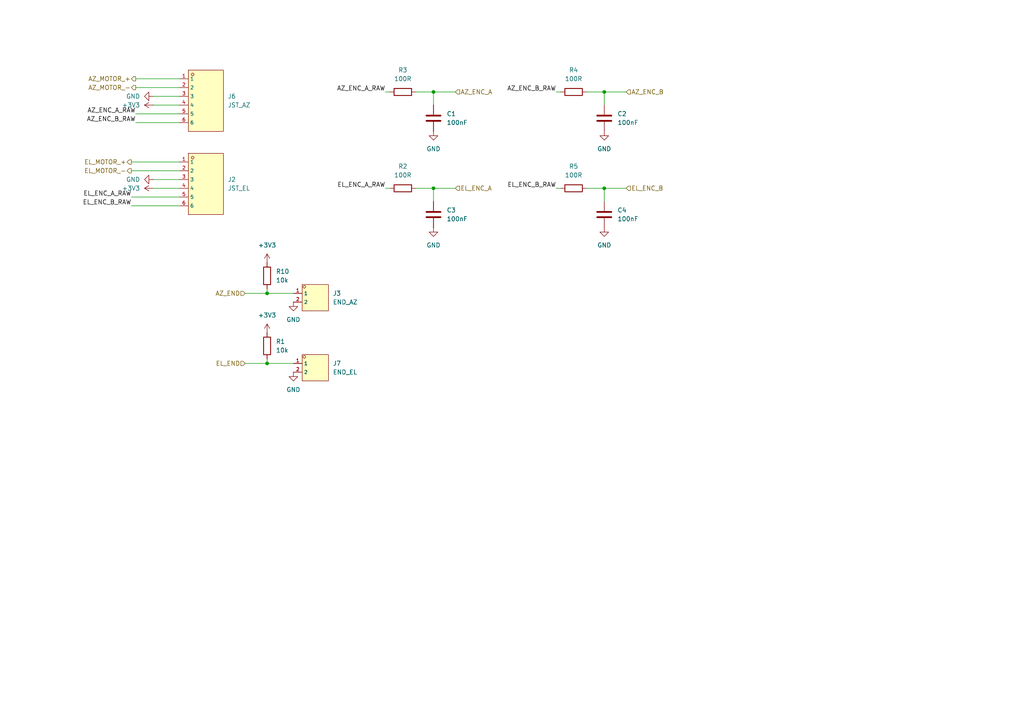
<source format=kicad_sch>
(kicad_sch (version 20250114) (generator "eeschema") (generator_version "9.0")
  (paper "A4")
  (lib_symbols
    (symbol "Device:C" (pin_numbers (hide yes)) (pin_names (offset 0.254))
      (property "Reference" "C" (at 0.635 2.54 0))
      (property "Value" "C" (at 0.635 -2.54 0))
      (symbol "C_0_1"
        (polyline (pts (xy -2.032 0.762) (xy 2.032 0.762)) (stroke (width 0.508)))
        (polyline (pts (xy -2.032 -0.762) (xy 2.032 -0.762)) (stroke (width 0.508)))
      )
      (symbol "C_1_1"
        (pin passive line (at 0 3.81 270) (length 2.794) (name "~") (number "1"))
        (pin passive line (at 0 -3.81 90) (length 2.794) (name "~") (number "2"))
      )
    )
    (symbol "Device:R" (pin_numbers (hide yes)) (pin_names (offset 0))
      (property "Reference" "R" (at 2.032 0 90))
      (property "Value" "R" (at 0 0 90))
      (symbol "R_0_1"
        (rectangle (start -1.016 -2.54) (end 1.016 2.54) (stroke (width 0.254)))
      )
      (symbol "R_1_1"
        (pin passive line (at 0 3.81 270) (length 1.27) (name "~") (number "1"))
        (pin passive line (at 0 -3.81 90) (length 1.27) (name "~") (number "2"))
      )
    )
    (symbol "components:S2B-XH-A-(LF)(SN)"
      (property "Reference" "U" (at 0 1.27 0))
      (property "Value" "S2B-XH-A-(LF)(SN)" (at 0 -2.54 0))
      (symbol "S2B-XH-A-(LF)(SN)_0_1"
        (rectangle (start -2.54 3.81) (end 5.08 -3.81) (fill (type background)))
        (circle (center -1.905 3.175) (radius 0.381) (fill (type background)))
        (pin unspecified line (at -5.08 1.27 0) (length 2.54) (name "1") (number "1"))
        (pin unspecified line (at -5.08 -1.27 0) (length 2.54) (name "2") (number "2"))
      )
    )
    (symbol "components:S6B-XH-A_(LF)(SN)"
      (property "Reference" "J" (at 0 1.27 0))
      (property "Value" "S6B-XH-A_(LF)(SN)" (at 0 -2.54 0))
      (symbol "S6B-XH-A_(LF)(SN)_0_1"
        (rectangle (start -3.81 8.89) (end 6.35 -8.89) (fill (type background)))
        (circle (center -2.54 7.62) (radius 0.381) (fill (type background)))
        (pin unspecified line (at -6.35 6.35 0) (length 2.54) (name "1") (number "1"))
        (pin unspecified line (at -6.35 3.81 0) (length 2.54) (name "2") (number "2"))
        (pin unspecified line (at -6.35 1.27 0) (length 2.54) (name "3") (number "3"))
        (pin unspecified line (at -6.35 -1.27 0) (length 2.54) (name "4") (number "4"))
        (pin unspecified line (at -6.35 -3.81 0) (length 2.54) (name "5") (number "5"))
        (pin unspecified line (at -6.35 -6.35 0) (length 2.54) (name "6") (number "6"))
      )
    )
    (symbol "power:+3V3" (power) (pin_numbers (hide yes)) (pin_names (offset 0) (hide yes))
      (property "Value" "+3V3" (at 0 3.556 0))
      (symbol "+3V3_0_1"
        (polyline (pts (xy -0.762 1.27) (xy 0 2.54)))
        (polyline (pts (xy 0 2.54) (xy 0.762 1.27)))
        (polyline (pts (xy 0 0) (xy 0 2.54)))
      )
      (symbol "+3V3_1_1"
        (pin power_in line (at 0 0 90) (length 0) (name "~") (number "1"))
      )
    )
    (symbol "power:GND" (power) (pin_numbers (hide yes)) (pin_names (offset 0) (hide yes))
      (property "Value" "GND" (at 0 -3.81 0))
      (symbol "GND_0_1"
        (polyline (pts (xy 0 0) (xy 0 -1.27) (xy 1.27 -1.27) (xy 0 -2.54) (xy -1.27 -1.27) (xy 0 -1.27)))
      )
      (symbol "GND_1_1"
        (pin power_in line (at 0 0 270) (length 0) (name "~") (number "1"))
      )
    )
  )
  (junction (at 175.26 26.67))
  (junction (at 125.73 26.67))
  (junction (at 77.47 105.41))
  (junction (at 77.47 85.09))
  (junction (at 175.26 54.61))
  (junction (at 125.73 54.61))
  (wire (pts (xy 175.26 30.48) (xy 175.26 26.67)))
  (wire (pts (xy 161.29 26.67) (xy 162.56 26.67)))
  (wire (pts (xy 38.1 57.15) (xy 52.07 57.15)))
  (wire (pts (xy 39.37 35.56) (xy 52.07 35.56)))
  (wire (pts (xy 38.1 59.69) (xy 52.07 59.69)))
  (wire (pts (xy 125.73 54.61) (xy 132.08 54.61)))
  (wire (pts (xy 44.45 52.07) (xy 52.07 52.07)))
  (wire (pts (xy 175.26 58.42) (xy 175.26 54.61)))
  (wire (pts (xy 39.37 33.02) (xy 52.07 33.02)))
  (wire (pts (xy 39.37 25.4) (xy 52.07 25.4)))
  (wire (pts (xy 175.26 26.67) (xy 181.61 26.67)))
  (wire (pts (xy 77.47 85.09) (xy 77.47 83.82)))
  (wire (pts (xy 44.45 27.94) (xy 52.07 27.94)))
  (wire (pts (xy 44.45 54.61) (xy 52.07 54.61)))
  (wire (pts (xy 170.18 26.67) (xy 175.26 26.67)))
  (wire (pts (xy 175.26 54.61) (xy 181.61 54.61)))
  (wire (pts (xy 125.73 30.48) (xy 125.73 26.67)))
  (wire (pts (xy 85.09 105.41) (xy 77.47 105.41)))
  (wire (pts (xy 85.09 85.09) (xy 77.47 85.09)))
  (wire (pts (xy 125.73 58.42) (xy 125.73 54.61)))
  (wire (pts (xy 125.73 26.67) (xy 132.08 26.67)))
  (wire (pts (xy 38.1 46.99) (xy 52.07 46.99)))
  (wire (pts (xy 44.45 30.48) (xy 52.07 30.48)))
  (wire (pts (xy 39.37 22.86) (xy 52.07 22.86)))
  (wire (pts (xy 170.18 54.61) (xy 175.26 54.61)))
  (wire (pts (xy 161.29 54.61) (xy 162.56 54.61)))
  (wire (pts (xy 38.1 49.53) (xy 52.07 49.53)))
  (wire (pts (xy 77.47 105.41) (xy 77.47 104.14)))
  (wire (pts (xy 71.12 105.41) (xy 77.47 105.41)))
  (wire (pts (xy 71.12 85.09) (xy 77.47 85.09)))
  (wire (pts (xy 111.76 26.67) (xy 113.03 26.67)))
  (wire (pts (xy 120.65 26.67) (xy 125.73 26.67)))
  (wire (pts (xy 120.65 54.61) (xy 125.73 54.61)))
  (wire (pts (xy 111.76 54.61) (xy 113.03 54.61)))
  (label "AZ_ENC_B_RAW" (at 39.37 35.56 180))
  (label "AZ_ENC_A_RAW" (at 111.76 26.67 180))
  (label "EL_ENC_A_RAW" (at 38.1 57.15 180))
  (label "EL_ENC_B_RAW" (at 161.29 54.61 180))
  (label "AZ_ENC_B_RAW" (at 161.29 26.67 180))
  (label "AZ_ENC_A_RAW" (at 39.37 33.02 180))
  (label "EL_ENC_A_RAW" (at 111.76 54.61 180))
  (label "EL_ENC_B_RAW" (at 38.1 59.69 180))
  (hierarchical_label "AZ_ENC_B" (shape input) (at 181.61 26.67 0))
  (hierarchical_label "AZ_ENC_A" (shape input) (at 132.08 26.67 0))
  (hierarchical_label "EL_END" (shape input) (at 71.12 105.41 180))
  (hierarchical_label "AZ_MOTOR_+" (shape output) (at 39.37 22.86 180))
  (hierarchical_label "EL_MOTOR_+" (shape output) (at 38.1 46.99 180))
  (hierarchical_label "EL_MOTOR_-" (shape output) (at 38.1 49.53 180))
  (hierarchical_label "EL_ENC_A" (shape input) (at 132.08 54.61 0))
  (hierarchical_label "EL_ENC_B" (shape input) (at 181.61 54.61 0))
  (hierarchical_label "AZ_END" (shape input) (at 71.12 85.09 180))
  (hierarchical_label "AZ_MOTOR_-" (shape output) (at 39.37 25.4 180))
  (symbol (lib_id "components:S2B-XH-A-(LF)(SN)") (at 90.17 106.68 0) (unit 1)
    (property "Reference" "J7" (at 96.52 105.4099 0) (effects (justify left)))
    (property "Value" "END_EL" (at 96.52 107.9499 0) (effects (justify left)))
    (property "Footprint" "components:CONN-TH_S2B-XH-A-LF-SN" (effects (hide yes)))
    (property "Datasheet" "https://atta.szlcsc.com/upload/public/pdf/source/20180319/983D18F1527DE5395E5B6574EC8D5A41.pdf" (effects (hide yes)))
    (property "LCSC" "C157931" (effects (hide yes)))
    (property "mouser" "306-S2B-XH-ALFSN " (effects (hide yes)))
  )
  (symbol (lib_id "Device:C") (at 175.26 34.29 0) (unit 1)
    (property "Reference" "C2" (at 179.07 33.0199 0) (effects (justify left)))
    (property "Value" "100nF" (at 179.07 35.5599 0) (effects (justify left)))
    (property "Footprint" "Capacitor_SMD:C_0805_2012Metric_Pad1.18x1.45mm_HandSolder" (effects (hide yes)))
    (property "Description" "Unpolarized capacitor" (effects (hide yes)))
  )
  (symbol (lib_id "Device:C") (at 175.26 62.23 0) (unit 1)
    (property "Reference" "C4" (at 179.07 60.9599 0) (effects (justify left)))
    (property "Value" "100nF" (at 179.07 63.4999 0) (effects (justify left)))
    (property "Footprint" "Capacitor_SMD:C_0805_2012Metric_Pad1.18x1.45mm_HandSolder" (effects (hide yes)))
    (property "Description" "Unpolarized capacitor" (effects (hide yes)))
  )
  (symbol (lib_id "Device:R") (at 77.47 80.01 0) (unit 1)
    (property "Reference" "R10" (at 80.01 78.7399 0) (effects (justify left)))
    (property "Value" "10k" (at 80.01 81.2799 0) (effects (justify left)))
    (property "Footprint" "Resistor_SMD:R_0805_2012Metric_Pad1.20x1.40mm_HandSolder" (effects (hide yes)))
    (property "Description" "Resistor" (effects (hide yes)))
  )
  (symbol (lib_id "Device:C") (at 125.73 34.29 0) (unit 1)
    (property "Reference" "C1" (at 129.54 33.0199 0) (effects (justify left)))
    (property "Value" "100nF" (at 129.54 35.5599 0) (effects (justify left)))
    (property "Footprint" "Capacitor_SMD:C_0805_2012Metric_Pad1.18x1.45mm_HandSolder" (effects (hide yes)))
    (property "Description" "Unpolarized capacitor" (effects (hide yes)))
  )
  (symbol (lib_id "power:+3V3") (at 77.47 76.2 0) (unit 1)
    (property "Reference" "#PWR032" (effects (hide yes)))
    (property "Value" "+3V3" (at 77.47 71.12 0))
    (property "Description" "Power symbol creates a global label with name \"+3V3\"" (effects (hide yes)))
  )
  (symbol (lib_id "power:GND") (at 44.45 27.94 270) (unit 1)
    (property "Reference" "#PWR015" (effects (hide yes)))
    (property "Value" "GND" (at 40.64 27.9399 90) (effects (justify right)))
    (property "Description" "Power symbol creates a global label with name \"GND\" , ground" (effects (hide yes)))
  )
  (symbol (lib_id "components:S6B-XH-A_(LF)(SN)") (at 58.42 53.34 0) (unit 1)
    (property "Reference" "J2" (at 66.04 52.0699 0) (effects (justify left)))
    (property "Value" "JST_EL" (at 66.04 54.6099 0) (effects (justify left)))
    (property "Footprint" "components:CONN-TH_S6B-XH-A-LF-SN" (effects (hide yes)))
    (property "Datasheet" "https://item.szlcsc.com/169273.html" (effects (hide yes)))
    (property "LCSC" "C157919" (effects (hide yes)))
    (property "mouser" "306-S6B-XH-ALFSN " (effects (hide yes)))
  )
  (symbol (lib_id "power:GND") (at 175.26 66.04 0) (unit 1)
    (property "Reference" "#PWR021" (effects (hide yes)))
    (property "Value" "GND" (at 175.26 71.12 0))
    (property "Description" "Power symbol creates a global label with name \"GND\" , ground" (effects (hide yes)))
  )
  (symbol (lib_id "components:S6B-XH-A_(LF)(SN)") (at 58.42 29.21 0) (unit 1)
    (property "Reference" "J6" (at 66.04 27.9399 0) (effects (justify left)))
    (property "Value" "JST_AZ" (at 66.04 30.4799 0) (effects (justify left)))
    (property "Footprint" "components:CONN-TH_S6B-XH-A-LF-SN" (effects (hide yes)))
    (property "Datasheet" "https://item.szlcsc.com/169273.html" (effects (hide yes)))
    (property "LCSC" "C157919" (effects (hide yes)))
    (property "mouser" "306-S6B-XH-ALFSN " (effects (hide yes)))
  )
  (symbol (lib_id "Device:R") (at 116.84 54.61 90) (unit 1)
    (property "Reference" "R2" (at 116.84 48.26 90))
    (property "Value" "100R" (at 116.84 50.8 90))
    (property "Footprint" "Resistor_SMD:R_0805_2012Metric_Pad1.20x1.40mm_HandSolder" (effects (hide yes)))
    (property "Description" "Resistor" (effects (hide yes)))
  )
  (symbol (lib_id "power:GND") (at 44.45 52.07 270) (unit 1)
    (property "Reference" "#PWR016" (effects (hide yes)))
    (property "Value" "GND" (at 40.64 52.0699 90) (effects (justify right)))
    (property "Description" "Power symbol creates a global label with name \"GND\" , ground" (effects (hide yes)))
  )
  (symbol (lib_id "Device:R") (at 166.37 54.61 90) (unit 1)
    (property "Reference" "R5" (at 166.37 48.26 90))
    (property "Value" "100R" (at 166.37 50.8 90))
    (property "Footprint" "Resistor_SMD:R_0805_2012Metric_Pad1.20x1.40mm_HandSolder" (effects (hide yes)))
    (property "Description" "Resistor" (effects (hide yes)))
  )
  (symbol (lib_id "Device:C") (at 125.73 62.23 0) (unit 1)
    (property "Reference" "C3" (at 129.54 60.9599 0) (effects (justify left)))
    (property "Value" "100nF" (at 129.54 63.4999 0) (effects (justify left)))
    (property "Footprint" "Capacitor_SMD:C_0805_2012Metric_Pad1.18x1.45mm_HandSolder" (effects (hide yes)))
    (property "Description" "Unpolarized capacitor" (effects (hide yes)))
  )
  (symbol (lib_id "components:S2B-XH-A-(LF)(SN)") (at 90.17 86.36 0) (unit 1)
    (property "Reference" "J3" (at 96.52 85.0899 0) (effects (justify left)))
    (property "Value" "END_AZ" (at 96.52 87.6299 0) (effects (justify left)))
    (property "Footprint" "components:CONN-TH_S2B-XH-A-LF-SN" (effects (hide yes)))
    (property "Datasheet" "https://atta.szlcsc.com/upload/public/pdf/source/20180319/983D18F1527DE5395E5B6574EC8D5A41.pdf" (effects (hide yes)))
    (property "LCSC" "C157931" (effects (hide yes)))
    (property "mouser" "306-S2B-XH-ALFSN " (effects (hide yes)))
  )
  (symbol (lib_id "power:GND") (at 175.26 38.1 0) (unit 1)
    (property "Reference" "#PWR019" (effects (hide yes)))
    (property "Value" "GND" (at 175.26 43.18 0))
    (property "Description" "Power symbol creates a global label with name \"GND\" , ground" (effects (hide yes)))
  )
  (symbol (lib_id "power:GND") (at 125.73 38.1 0) (unit 1)
    (property "Reference" "#PWR018" (effects (hide yes)))
    (property "Value" "GND" (at 125.73 43.18 0))
    (property "Description" "Power symbol creates a global label with name \"GND\" , ground" (effects (hide yes)))
  )
  (symbol (lib_id "power:GND") (at 85.09 107.95 0) (unit 1)
    (property "Reference" "#PWR031" (effects (hide yes)))
    (property "Value" "GND" (at 85.09 113.03 0))
    (property "Description" "Power symbol creates a global label with name \"GND\" , ground" (effects (hide yes)))
  )
  (symbol (lib_id "power:+3V3") (at 44.45 30.48 90) (unit 1)
    (property "Reference" "#PWR017" (effects (hide yes)))
    (property "Value" "+3V3" (at 40.64 30.4799 90) (effects (justify left)))
    (property "Description" "Power symbol creates a global label with name \"+3V3\"" (effects (hide yes)))
  )
  (symbol (lib_id "Device:R") (at 77.47 100.33 0) (unit 1)
    (property "Reference" "R1" (at 80.01 99.0599 0) (effects (justify left)))
    (property "Value" "10k" (at 80.01 101.5999 0) (effects (justify left)))
    (property "Footprint" "Resistor_SMD:R_0805_2012Metric_Pad1.20x1.40mm_HandSolder" (effects (hide yes)))
    (property "Description" "Resistor" (effects (hide yes)))
  )
  (symbol (lib_id "power:GND") (at 125.73 66.04 0) (unit 1)
    (property "Reference" "#PWR020" (effects (hide yes)))
    (property "Value" "GND" (at 125.73 71.12 0))
    (property "Description" "Power symbol creates a global label with name \"GND\" , ground" (effects (hide yes)))
  )
  (symbol (lib_id "power:GND") (at 85.09 87.63 0) (unit 1)
    (property "Reference" "#PWR030" (effects (hide yes)))
    (property "Value" "GND" (at 85.09 92.71 0))
    (property "Description" "Power symbol creates a global label with name \"GND\" , ground" (effects (hide yes)))
  )
  (symbol (lib_id "Device:R") (at 116.84 26.67 90) (unit 1)
    (property "Reference" "R3" (at 116.84 20.32 90))
    (property "Value" "100R" (at 116.84 22.86 90))
    (property "Footprint" "Resistor_SMD:R_0805_2012Metric_Pad1.20x1.40mm_HandSolder" (effects (hide yes)))
    (property "Description" "Resistor" (effects (hide yes)))
  )
  (symbol (lib_id "Device:R") (at 166.37 26.67 90) (unit 1)
    (property "Reference" "R4" (at 166.37 20.32 90))
    (property "Value" "100R" (at 166.37 22.86 90))
    (property "Footprint" "Resistor_SMD:R_0805_2012Metric_Pad1.20x1.40mm_HandSolder" (effects (hide yes)))
    (property "Description" "Resistor" (effects (hide yes)))
  )
  (symbol (lib_id "power:+3V3") (at 44.45 54.61 90) (unit 1)
    (property "Reference" "#PWR014" (effects (hide yes)))
    (property "Value" "+3V3" (at 40.64 54.6099 90) (effects (justify left)))
    (property "Description" "Power symbol creates a global label with name \"+3V3\"" (effects (hide yes)))
  )
  (symbol (lib_id "power:+3V3") (at 77.47 96.52 0) (unit 1)
    (property "Reference" "#PWR033" (effects (hide yes)))
    (property "Value" "+3V3" (at 77.47 91.44 0))
    (property "Description" "Power symbol creates a global label with name \"+3V3\"" (effects (hide yes)))
  )
)
</source>
